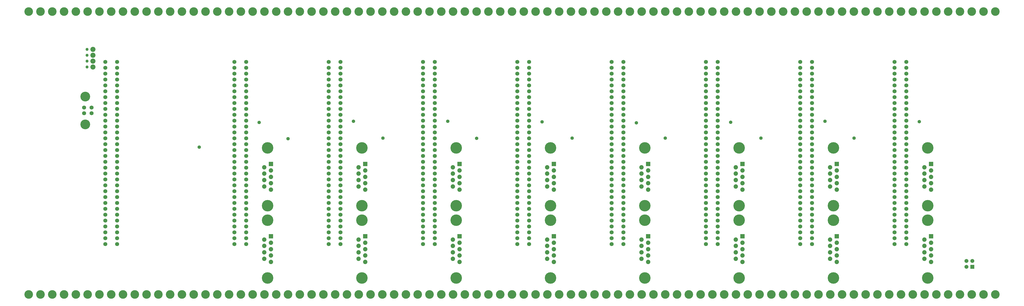
<source format=gbr>
G04 Layer_Color=8388736*
%FSLAX45Y45*%
%MOMM*%
%TF.FileFunction,Soldermask,Top*%
%TF.Part,Single*%
G01*
G75*
%TA.AperFunction,ComponentPad*%
%ADD32C,1.72720*%
%ADD33C,4.20320*%
%TA.AperFunction,ViaPad*%
%ADD34C,3.70320*%
%TA.AperFunction,ComponentPad*%
%ADD35C,4.96320*%
%ADD36R,1.89320X1.89320*%
%ADD37C,1.89320*%
%ADD38C,1.30320*%
%ADD39C,2.20320*%
%ADD40R,1.70320X1.70320*%
%ADD41C,1.70320*%
%TA.AperFunction,ViaPad*%
%ADD42C,1.47320*%
D32*
X7289800Y13489400D02*
D03*
Y13739400D02*
D03*
X7610800D02*
D03*
Y13489400D02*
D03*
X42722800Y15709900D02*
D03*
Y15455901D02*
D03*
Y15201900D02*
D03*
Y14947900D02*
D03*
Y14693900D02*
D03*
Y14439900D02*
D03*
Y14185899D02*
D03*
Y13931900D02*
D03*
Y13677901D02*
D03*
Y13423900D02*
D03*
Y13169901D02*
D03*
Y12915900D02*
D03*
Y12661900D02*
D03*
Y12407900D02*
D03*
Y12153900D02*
D03*
Y11899900D02*
D03*
Y11645900D02*
D03*
Y11391900D02*
D03*
Y11137900D02*
D03*
Y10883900D02*
D03*
Y10629900D02*
D03*
Y10375900D02*
D03*
Y10121900D02*
D03*
Y9867900D02*
D03*
Y9613900D02*
D03*
Y9359900D02*
D03*
Y9105900D02*
D03*
Y8851900D02*
D03*
Y8597900D02*
D03*
Y8343900D02*
D03*
Y8089900D02*
D03*
Y7835900D02*
D03*
X42214801Y15709900D02*
D03*
Y15455901D02*
D03*
Y15201900D02*
D03*
Y14947900D02*
D03*
Y14693900D02*
D03*
Y14439900D02*
D03*
Y14185899D02*
D03*
Y13931900D02*
D03*
Y13677901D02*
D03*
Y13423900D02*
D03*
Y13169901D02*
D03*
Y12915900D02*
D03*
Y12661900D02*
D03*
Y12407900D02*
D03*
Y12153900D02*
D03*
Y11899900D02*
D03*
Y11645900D02*
D03*
Y11391900D02*
D03*
Y11137900D02*
D03*
Y10883900D02*
D03*
Y10629900D02*
D03*
Y10375900D02*
D03*
Y10121900D02*
D03*
Y9867900D02*
D03*
Y9613900D02*
D03*
Y9359900D02*
D03*
Y9105900D02*
D03*
Y8851900D02*
D03*
Y8597900D02*
D03*
Y8343900D02*
D03*
Y8089900D02*
D03*
Y7835900D02*
D03*
X38658801Y15709900D02*
D03*
Y15455901D02*
D03*
Y15201900D02*
D03*
Y14947900D02*
D03*
Y14693900D02*
D03*
Y14439900D02*
D03*
Y14185899D02*
D03*
Y13931900D02*
D03*
Y13677901D02*
D03*
Y13423900D02*
D03*
Y13169901D02*
D03*
Y12915900D02*
D03*
Y12661900D02*
D03*
Y12407900D02*
D03*
Y12153900D02*
D03*
Y11899900D02*
D03*
Y11645900D02*
D03*
Y11391900D02*
D03*
Y11137900D02*
D03*
Y10883900D02*
D03*
Y10629900D02*
D03*
Y10375900D02*
D03*
Y10121900D02*
D03*
Y9867900D02*
D03*
Y9613900D02*
D03*
Y9359900D02*
D03*
Y9105900D02*
D03*
Y8851900D02*
D03*
Y8597900D02*
D03*
Y8343900D02*
D03*
Y8089900D02*
D03*
Y7835900D02*
D03*
X38150800Y15709900D02*
D03*
Y15455901D02*
D03*
Y15201900D02*
D03*
Y14947900D02*
D03*
Y14693900D02*
D03*
Y14439900D02*
D03*
Y14185899D02*
D03*
Y13931900D02*
D03*
Y13677901D02*
D03*
Y13423900D02*
D03*
Y13169901D02*
D03*
Y12915900D02*
D03*
Y12661900D02*
D03*
Y12407900D02*
D03*
Y12153900D02*
D03*
Y11899900D02*
D03*
Y11645900D02*
D03*
Y11391900D02*
D03*
Y11137900D02*
D03*
Y10883900D02*
D03*
Y10629900D02*
D03*
Y10375900D02*
D03*
Y10121900D02*
D03*
Y9867900D02*
D03*
Y9613900D02*
D03*
Y9359900D02*
D03*
Y9105900D02*
D03*
Y8851900D02*
D03*
Y8597900D02*
D03*
Y8343900D02*
D03*
Y8089900D02*
D03*
Y7835900D02*
D03*
X34594800Y15709900D02*
D03*
Y15455901D02*
D03*
Y15201900D02*
D03*
Y14947900D02*
D03*
Y14693900D02*
D03*
Y14439900D02*
D03*
Y14185899D02*
D03*
Y13931900D02*
D03*
Y13677901D02*
D03*
Y13423900D02*
D03*
Y13169901D02*
D03*
Y12915900D02*
D03*
Y12661900D02*
D03*
Y12407900D02*
D03*
Y12153900D02*
D03*
Y11899900D02*
D03*
Y11645900D02*
D03*
Y11391900D02*
D03*
Y11137900D02*
D03*
Y10883900D02*
D03*
Y10629900D02*
D03*
Y10375900D02*
D03*
Y10121900D02*
D03*
Y9867900D02*
D03*
Y9613900D02*
D03*
Y9359900D02*
D03*
Y9105900D02*
D03*
Y8851900D02*
D03*
Y8597900D02*
D03*
Y8343900D02*
D03*
Y8089900D02*
D03*
Y7835900D02*
D03*
X34086801Y15709900D02*
D03*
Y15455901D02*
D03*
Y15201900D02*
D03*
Y14947900D02*
D03*
Y14693900D02*
D03*
Y14439900D02*
D03*
Y14185899D02*
D03*
Y13931900D02*
D03*
Y13677901D02*
D03*
Y13423900D02*
D03*
Y13169901D02*
D03*
Y12915900D02*
D03*
Y12661900D02*
D03*
Y12407900D02*
D03*
Y12153900D02*
D03*
Y11899900D02*
D03*
Y11645900D02*
D03*
Y11391900D02*
D03*
Y11137900D02*
D03*
Y10883900D02*
D03*
Y10629900D02*
D03*
Y10375900D02*
D03*
Y10121900D02*
D03*
Y9867900D02*
D03*
Y9613900D02*
D03*
Y9359900D02*
D03*
Y9105900D02*
D03*
Y8851900D02*
D03*
Y8597900D02*
D03*
Y8343900D02*
D03*
Y8089900D02*
D03*
Y7835900D02*
D03*
X30530801Y15709900D02*
D03*
Y15455901D02*
D03*
Y15201900D02*
D03*
Y14947900D02*
D03*
Y14693900D02*
D03*
Y14439900D02*
D03*
Y14185899D02*
D03*
Y13931900D02*
D03*
Y13677901D02*
D03*
Y13423900D02*
D03*
Y13169901D02*
D03*
Y12915900D02*
D03*
Y12661900D02*
D03*
Y12407900D02*
D03*
Y12153900D02*
D03*
Y11899900D02*
D03*
Y11645900D02*
D03*
Y11391900D02*
D03*
Y11137900D02*
D03*
Y10883900D02*
D03*
Y10629900D02*
D03*
Y10375900D02*
D03*
Y10121900D02*
D03*
Y9867900D02*
D03*
Y9613900D02*
D03*
Y9359900D02*
D03*
Y9105900D02*
D03*
Y8851900D02*
D03*
Y8597900D02*
D03*
Y8343900D02*
D03*
Y8089900D02*
D03*
Y7835900D02*
D03*
X30022800Y15709900D02*
D03*
Y15455901D02*
D03*
Y15201900D02*
D03*
Y14947900D02*
D03*
Y14693900D02*
D03*
Y14439900D02*
D03*
Y14185899D02*
D03*
Y13931900D02*
D03*
Y13677901D02*
D03*
Y13423900D02*
D03*
Y13169901D02*
D03*
Y12915900D02*
D03*
Y12661900D02*
D03*
Y12407900D02*
D03*
Y12153900D02*
D03*
Y11899900D02*
D03*
Y11645900D02*
D03*
Y11391900D02*
D03*
Y11137900D02*
D03*
Y10883900D02*
D03*
Y10629900D02*
D03*
Y10375900D02*
D03*
Y10121900D02*
D03*
Y9867900D02*
D03*
Y9613900D02*
D03*
Y9359900D02*
D03*
Y9105900D02*
D03*
Y8851900D02*
D03*
Y8597900D02*
D03*
Y8343900D02*
D03*
Y8089900D02*
D03*
Y7835900D02*
D03*
X26466800Y15709900D02*
D03*
Y15455901D02*
D03*
Y15201900D02*
D03*
Y14947900D02*
D03*
Y14693900D02*
D03*
Y14439900D02*
D03*
Y14185899D02*
D03*
Y13931900D02*
D03*
Y13677901D02*
D03*
Y13423900D02*
D03*
Y13169901D02*
D03*
Y12915900D02*
D03*
Y12661900D02*
D03*
Y12407900D02*
D03*
Y12153900D02*
D03*
Y11899900D02*
D03*
Y11645900D02*
D03*
Y11391900D02*
D03*
Y11137900D02*
D03*
Y10883900D02*
D03*
Y10629900D02*
D03*
Y10375900D02*
D03*
Y10121900D02*
D03*
Y9867900D02*
D03*
Y9613900D02*
D03*
Y9359900D02*
D03*
Y9105900D02*
D03*
Y8851900D02*
D03*
Y8597900D02*
D03*
Y8343900D02*
D03*
Y8089900D02*
D03*
Y7835900D02*
D03*
X25958801Y15709900D02*
D03*
Y15455901D02*
D03*
Y15201900D02*
D03*
Y14947900D02*
D03*
Y14693900D02*
D03*
Y14439900D02*
D03*
Y14185899D02*
D03*
Y13931900D02*
D03*
Y13677901D02*
D03*
Y13423900D02*
D03*
Y13169901D02*
D03*
Y12915900D02*
D03*
Y12661900D02*
D03*
Y12407900D02*
D03*
Y12153900D02*
D03*
Y11899900D02*
D03*
Y11645900D02*
D03*
Y11391900D02*
D03*
Y11137900D02*
D03*
Y10883900D02*
D03*
Y10629900D02*
D03*
Y10375900D02*
D03*
Y10121900D02*
D03*
Y9867900D02*
D03*
Y9613900D02*
D03*
Y9359900D02*
D03*
Y9105900D02*
D03*
Y8851900D02*
D03*
Y8597900D02*
D03*
Y8343900D02*
D03*
Y8089900D02*
D03*
Y7835900D02*
D03*
X22402800Y15709900D02*
D03*
Y15455901D02*
D03*
Y15201900D02*
D03*
Y14947900D02*
D03*
Y14693900D02*
D03*
Y14439900D02*
D03*
Y14185899D02*
D03*
Y13931900D02*
D03*
Y13677901D02*
D03*
Y13423900D02*
D03*
Y13169901D02*
D03*
Y12915900D02*
D03*
Y12661900D02*
D03*
Y12407900D02*
D03*
Y12153900D02*
D03*
Y11899900D02*
D03*
Y11645900D02*
D03*
Y11391900D02*
D03*
Y11137900D02*
D03*
Y10883900D02*
D03*
Y10629900D02*
D03*
Y10375900D02*
D03*
Y10121900D02*
D03*
Y9867900D02*
D03*
Y9613900D02*
D03*
Y9359900D02*
D03*
Y9105900D02*
D03*
Y8851900D02*
D03*
Y8597900D02*
D03*
Y8343900D02*
D03*
Y8089900D02*
D03*
Y7835900D02*
D03*
X21894800Y15709900D02*
D03*
Y15455901D02*
D03*
Y15201900D02*
D03*
Y14947900D02*
D03*
Y14693900D02*
D03*
Y14439900D02*
D03*
Y14185899D02*
D03*
Y13931900D02*
D03*
Y13677901D02*
D03*
Y13423900D02*
D03*
Y13169901D02*
D03*
Y12915900D02*
D03*
Y12661900D02*
D03*
Y12407900D02*
D03*
Y12153900D02*
D03*
Y11899900D02*
D03*
Y11645900D02*
D03*
Y11391900D02*
D03*
Y11137900D02*
D03*
Y10883900D02*
D03*
Y10629900D02*
D03*
Y10375900D02*
D03*
Y10121900D02*
D03*
Y9867900D02*
D03*
Y9613900D02*
D03*
Y9359900D02*
D03*
Y9105900D02*
D03*
Y8851900D02*
D03*
Y8597900D02*
D03*
Y8343900D02*
D03*
Y8089900D02*
D03*
Y7835900D02*
D03*
X18338800Y15709900D02*
D03*
Y15455901D02*
D03*
Y15201900D02*
D03*
Y14947900D02*
D03*
Y14693900D02*
D03*
Y14439900D02*
D03*
Y14185899D02*
D03*
Y13931900D02*
D03*
Y13677901D02*
D03*
Y13423900D02*
D03*
Y13169901D02*
D03*
Y12915900D02*
D03*
Y12661900D02*
D03*
Y12407900D02*
D03*
Y12153900D02*
D03*
Y11899900D02*
D03*
Y11645900D02*
D03*
Y11391900D02*
D03*
Y11137900D02*
D03*
Y10883900D02*
D03*
Y10629900D02*
D03*
Y10375900D02*
D03*
Y10121900D02*
D03*
Y9867900D02*
D03*
Y9613900D02*
D03*
Y9359900D02*
D03*
Y9105900D02*
D03*
Y8851900D02*
D03*
Y8597900D02*
D03*
Y8343900D02*
D03*
Y8089900D02*
D03*
Y7835900D02*
D03*
X17830800Y15709900D02*
D03*
Y15455901D02*
D03*
Y15201900D02*
D03*
Y14947900D02*
D03*
Y14693900D02*
D03*
Y14439900D02*
D03*
Y14185899D02*
D03*
Y13931900D02*
D03*
Y13677901D02*
D03*
Y13423900D02*
D03*
Y13169901D02*
D03*
Y12915900D02*
D03*
Y12661900D02*
D03*
Y12407900D02*
D03*
Y12153900D02*
D03*
Y11899900D02*
D03*
Y11645900D02*
D03*
Y11391900D02*
D03*
Y11137900D02*
D03*
Y10883900D02*
D03*
Y10629900D02*
D03*
Y10375900D02*
D03*
Y10121900D02*
D03*
Y9867900D02*
D03*
Y9613900D02*
D03*
Y9359900D02*
D03*
Y9105900D02*
D03*
Y8851900D02*
D03*
Y8597900D02*
D03*
Y8343900D02*
D03*
Y8089900D02*
D03*
Y7835900D02*
D03*
X8712200Y15709900D02*
D03*
Y15455901D02*
D03*
Y15201900D02*
D03*
Y14947900D02*
D03*
Y14693900D02*
D03*
Y14439900D02*
D03*
Y14185899D02*
D03*
Y13931900D02*
D03*
Y13677901D02*
D03*
Y13423900D02*
D03*
Y13169901D02*
D03*
Y12915900D02*
D03*
Y12661900D02*
D03*
Y12407900D02*
D03*
Y12153900D02*
D03*
Y11899900D02*
D03*
Y11645900D02*
D03*
Y11391900D02*
D03*
Y11137900D02*
D03*
Y10883900D02*
D03*
Y10629900D02*
D03*
Y10375900D02*
D03*
Y10121900D02*
D03*
Y9867900D02*
D03*
Y9613900D02*
D03*
Y9359900D02*
D03*
Y9105900D02*
D03*
Y8851900D02*
D03*
Y8597900D02*
D03*
Y8343900D02*
D03*
Y8089900D02*
D03*
Y7835900D02*
D03*
X8204200Y15709900D02*
D03*
Y15455901D02*
D03*
Y15201900D02*
D03*
Y14947900D02*
D03*
Y14693900D02*
D03*
Y14439900D02*
D03*
Y14185899D02*
D03*
Y13931900D02*
D03*
Y13677901D02*
D03*
Y13423900D02*
D03*
Y13169901D02*
D03*
Y12915900D02*
D03*
Y12661900D02*
D03*
Y12407900D02*
D03*
Y12153900D02*
D03*
Y11899900D02*
D03*
Y11645900D02*
D03*
Y11391900D02*
D03*
Y11137900D02*
D03*
Y10883900D02*
D03*
Y10629900D02*
D03*
Y10375900D02*
D03*
Y10121900D02*
D03*
Y9867900D02*
D03*
Y9613900D02*
D03*
Y9359900D02*
D03*
Y9105900D02*
D03*
Y8851900D02*
D03*
Y8597900D02*
D03*
Y8343900D02*
D03*
Y8089900D02*
D03*
Y7835900D02*
D03*
X14274800Y15709900D02*
D03*
Y15455901D02*
D03*
Y15201900D02*
D03*
Y14947900D02*
D03*
Y14693900D02*
D03*
Y14439900D02*
D03*
Y14185899D02*
D03*
Y13931900D02*
D03*
Y13677901D02*
D03*
Y13423900D02*
D03*
Y13169901D02*
D03*
Y12915900D02*
D03*
Y12661900D02*
D03*
Y12407900D02*
D03*
Y12153900D02*
D03*
Y11899900D02*
D03*
Y11645900D02*
D03*
Y11391900D02*
D03*
Y11137900D02*
D03*
Y10883900D02*
D03*
Y10629900D02*
D03*
Y10375900D02*
D03*
Y10121900D02*
D03*
Y9867900D02*
D03*
Y9613900D02*
D03*
Y9359900D02*
D03*
Y9105900D02*
D03*
Y8851900D02*
D03*
Y8597900D02*
D03*
Y8343900D02*
D03*
Y8089900D02*
D03*
Y7835900D02*
D03*
X13766800Y15709900D02*
D03*
Y15455901D02*
D03*
Y15201900D02*
D03*
Y14947900D02*
D03*
Y14693900D02*
D03*
Y14439900D02*
D03*
Y14185899D02*
D03*
Y13931900D02*
D03*
Y13677901D02*
D03*
Y13423900D02*
D03*
Y13169901D02*
D03*
Y12915900D02*
D03*
Y12661900D02*
D03*
Y12407900D02*
D03*
Y12153900D02*
D03*
Y11899900D02*
D03*
Y11645900D02*
D03*
Y11391900D02*
D03*
Y11137900D02*
D03*
Y10883900D02*
D03*
Y10629900D02*
D03*
Y10375900D02*
D03*
Y10121900D02*
D03*
Y9867900D02*
D03*
Y9613900D02*
D03*
Y9359900D02*
D03*
Y9105900D02*
D03*
Y8851900D02*
D03*
Y8597900D02*
D03*
Y8343900D02*
D03*
Y8089900D02*
D03*
Y7835900D02*
D03*
D33*
X7340300Y14216400D02*
D03*
Y13012399D02*
D03*
D34*
X13538200Y5661660D02*
D03*
X14046201D02*
D03*
X13030200D02*
D03*
X11506200D02*
D03*
X12522200D02*
D03*
X12014200D02*
D03*
X9982200D02*
D03*
X10998200D02*
D03*
X10490200D02*
D03*
X5918200D02*
D03*
X6426200D02*
D03*
X5410200D02*
D03*
X7442200D02*
D03*
X7950200D02*
D03*
X6934200D02*
D03*
X8458200D02*
D03*
X9474200D02*
D03*
X8966200D02*
D03*
X4902200D02*
D03*
X14046201Y17884140D02*
D03*
X13538200D02*
D03*
X12522200D02*
D03*
X13030200D02*
D03*
X10998200D02*
D03*
X10490200D02*
D03*
X11506200D02*
D03*
X12014200D02*
D03*
X7950200D02*
D03*
X7442200D02*
D03*
X6426200D02*
D03*
X6934200D02*
D03*
X8966200D02*
D03*
X8458200D02*
D03*
X9474200D02*
D03*
X9982200D02*
D03*
X4902200D02*
D03*
X5410200D02*
D03*
X5918200D02*
D03*
X14554201Y5661660D02*
D03*
Y17884140D02*
D03*
X15570200D02*
D03*
X15062199D02*
D03*
X16586200D02*
D03*
X16078200D02*
D03*
X15062199Y5661660D02*
D03*
X15570200D02*
D03*
X16078200D02*
D03*
X16586200D02*
D03*
X17094200Y17884140D02*
D03*
X17602200D02*
D03*
X18110201D02*
D03*
X18618201D02*
D03*
X19126199D02*
D03*
X19634200D02*
D03*
X20142200D02*
D03*
X20650200D02*
D03*
X21158200D02*
D03*
X21666200D02*
D03*
X22174200D02*
D03*
X22682201D02*
D03*
X23190199D02*
D03*
X23698199D02*
D03*
X24206200D02*
D03*
X24714200D02*
D03*
X25222200D02*
D03*
X25730200D02*
D03*
X26238199D02*
D03*
X26746201D02*
D03*
X27254199D02*
D03*
X27762201D02*
D03*
X28270200D02*
D03*
X28778201D02*
D03*
X29286200D02*
D03*
X29794199D02*
D03*
X30302200D02*
D03*
X30810199D02*
D03*
X31318201D02*
D03*
X31826199D02*
D03*
X32334201D02*
D03*
X32842200D02*
D03*
X33350201D02*
D03*
X33858200D02*
D03*
X34366199D02*
D03*
X34874200D02*
D03*
X35382199D02*
D03*
X35890201D02*
D03*
X36398199D02*
D03*
X36906201D02*
D03*
X37414200D02*
D03*
X37922198D02*
D03*
X38430200D02*
D03*
X38938199D02*
D03*
X39446201D02*
D03*
X39954199D02*
D03*
X40462201D02*
D03*
X40970200D02*
D03*
X41478201D02*
D03*
X41986200D02*
D03*
X42494199D02*
D03*
X43002200D02*
D03*
X43510199D02*
D03*
X44018201D02*
D03*
X44526199D02*
D03*
X45034201D02*
D03*
X45542200D02*
D03*
X17094200Y5661660D02*
D03*
X17602200D02*
D03*
X18110201D02*
D03*
X18618201D02*
D03*
X19126199D02*
D03*
X19634200D02*
D03*
X20142200D02*
D03*
X20650200D02*
D03*
X21158200D02*
D03*
X21666200D02*
D03*
X22174200D02*
D03*
X22682201D02*
D03*
X23190199D02*
D03*
X23698199D02*
D03*
X24206200D02*
D03*
X24714200D02*
D03*
X25222200D02*
D03*
X25730200D02*
D03*
X26238199D02*
D03*
X26746201D02*
D03*
X27254199D02*
D03*
X27762201D02*
D03*
X28270200D02*
D03*
X28778201D02*
D03*
X29286200D02*
D03*
X29794199D02*
D03*
X30302200D02*
D03*
X30810199D02*
D03*
X31318201D02*
D03*
X31826199D02*
D03*
X32334201D02*
D03*
X32842200D02*
D03*
X33350201D02*
D03*
X33858200D02*
D03*
X34366199D02*
D03*
X34874200D02*
D03*
X35382199D02*
D03*
X35890201D02*
D03*
X36398199D02*
D03*
X36906201D02*
D03*
X37414200D02*
D03*
X37922198D02*
D03*
X38430200D02*
D03*
X38938199D02*
D03*
X39446201D02*
D03*
X39954199D02*
D03*
X40462201D02*
D03*
X40970200D02*
D03*
X41478201D02*
D03*
X41986200D02*
D03*
X42494199D02*
D03*
X43002200D02*
D03*
X43510199D02*
D03*
X44018201D02*
D03*
X44526199D02*
D03*
X45034201D02*
D03*
X45542200D02*
D03*
X46050201Y17884140D02*
D03*
X46558200D02*
D03*
Y5664200D02*
D03*
X46050201D02*
D03*
D35*
X15199400Y6370500D02*
D03*
Y8869500D02*
D03*
Y9494700D02*
D03*
Y11993700D02*
D03*
X19263400Y6370500D02*
D03*
Y8869500D02*
D03*
X23327400Y6370500D02*
D03*
Y8869500D02*
D03*
X27391400Y6370500D02*
D03*
Y8869500D02*
D03*
X31455399Y6370500D02*
D03*
Y8869500D02*
D03*
X35519400Y6370500D02*
D03*
Y8869500D02*
D03*
X39583401Y6370500D02*
D03*
Y8869500D02*
D03*
X43647400Y6370500D02*
D03*
Y8869500D02*
D03*
Y9494700D02*
D03*
Y11993700D02*
D03*
X39583401Y9494700D02*
D03*
Y11993700D02*
D03*
X35519400Y9494700D02*
D03*
Y11993700D02*
D03*
X31455399Y9494700D02*
D03*
Y11993700D02*
D03*
X27391400Y9494700D02*
D03*
Y11993700D02*
D03*
X23327400Y9494700D02*
D03*
Y11993700D02*
D03*
X19263400Y9494700D02*
D03*
Y11993700D02*
D03*
D36*
X15341400Y8174000D02*
D03*
Y11298200D02*
D03*
X19405400Y8174000D02*
D03*
X23469400D02*
D03*
X27533401D02*
D03*
X31597400D02*
D03*
X35661401D02*
D03*
X39725400D02*
D03*
X43789401D02*
D03*
Y11298200D02*
D03*
X39725400D02*
D03*
X35661401D02*
D03*
X31597400D02*
D03*
X27533401D02*
D03*
X23469400D02*
D03*
X19405400D02*
D03*
D37*
X15057401Y8035500D02*
D03*
X15341400Y7897000D02*
D03*
X15057401Y7758500D02*
D03*
X15341400Y7620000D02*
D03*
X15057401Y7481500D02*
D03*
X15341400Y7343000D02*
D03*
X15057401Y7204500D02*
D03*
X15341400Y7066000D02*
D03*
X15057401Y11159700D02*
D03*
X15341400Y11021200D02*
D03*
X15057401Y10882700D02*
D03*
X15341400Y10744200D02*
D03*
X15057401Y10605700D02*
D03*
X15341400Y10467200D02*
D03*
X15057401Y10328700D02*
D03*
X15341400Y10190200D02*
D03*
X19121400Y8035500D02*
D03*
X19405400Y7897000D02*
D03*
X19121400Y7758500D02*
D03*
X19405400Y7620000D02*
D03*
X19121400Y7481500D02*
D03*
X19405400Y7343000D02*
D03*
X19121400Y7204500D02*
D03*
X19405400Y7066000D02*
D03*
X23185400Y8035500D02*
D03*
X23469400Y7897000D02*
D03*
X23185400Y7758500D02*
D03*
X23469400Y7620000D02*
D03*
X23185400Y7481500D02*
D03*
X23469400Y7343000D02*
D03*
X23185400Y7204500D02*
D03*
X23469400Y7066000D02*
D03*
X27249399Y8035500D02*
D03*
X27533401Y7897000D02*
D03*
X27249399Y7758500D02*
D03*
X27533401Y7620000D02*
D03*
X27249399Y7481500D02*
D03*
X27533401Y7343000D02*
D03*
X27249399Y7204500D02*
D03*
X27533401Y7066000D02*
D03*
X31313400Y8035500D02*
D03*
X31597400Y7897000D02*
D03*
X31313400Y7758500D02*
D03*
X31597400Y7620000D02*
D03*
X31313400Y7481500D02*
D03*
X31597400Y7343000D02*
D03*
X31313400Y7204500D02*
D03*
X31597400Y7066000D02*
D03*
X35377399Y8035500D02*
D03*
X35661401Y7897000D02*
D03*
X35377399Y7758500D02*
D03*
X35661401Y7620000D02*
D03*
X35377399Y7481500D02*
D03*
X35661401Y7343000D02*
D03*
X35377399Y7204500D02*
D03*
X35661401Y7066000D02*
D03*
X39441400Y8035500D02*
D03*
X39725400Y7897000D02*
D03*
X39441400Y7758500D02*
D03*
X39725400Y7620000D02*
D03*
X39441400Y7481500D02*
D03*
X39725400Y7343000D02*
D03*
X39441400Y7204500D02*
D03*
X39725400Y7066000D02*
D03*
X43505399Y8035500D02*
D03*
X43789401Y7897000D02*
D03*
X43505399Y7758500D02*
D03*
X43789401Y7620000D02*
D03*
X43505399Y7481500D02*
D03*
X43789401Y7343000D02*
D03*
X43505399Y7204500D02*
D03*
X43789401Y7066000D02*
D03*
X43505399Y11159700D02*
D03*
X43789401Y11021200D02*
D03*
X43505399Y10882700D02*
D03*
X43789401Y10744200D02*
D03*
X43505399Y10605700D02*
D03*
X43789401Y10467200D02*
D03*
X43505399Y10328700D02*
D03*
X43789401Y10190200D02*
D03*
X39441400Y11159700D02*
D03*
X39725400Y11021200D02*
D03*
X39441400Y10882700D02*
D03*
X39725400Y10744200D02*
D03*
X39441400Y10605700D02*
D03*
X39725400Y10467200D02*
D03*
X39441400Y10328700D02*
D03*
X39725400Y10190200D02*
D03*
X35377399Y11159700D02*
D03*
X35661401Y11021200D02*
D03*
X35377399Y10882700D02*
D03*
X35661401Y10744200D02*
D03*
X35377399Y10605700D02*
D03*
X35661401Y10467200D02*
D03*
X35377399Y10328700D02*
D03*
X35661401Y10190200D02*
D03*
X31313400Y11159700D02*
D03*
X31597400Y11021200D02*
D03*
X31313400Y10882700D02*
D03*
X31597400Y10744200D02*
D03*
X31313400Y10605700D02*
D03*
X31597400Y10467200D02*
D03*
X31313400Y10328700D02*
D03*
X31597400Y10190200D02*
D03*
X27249399Y11159700D02*
D03*
X27533401Y11021200D02*
D03*
X27249399Y10882700D02*
D03*
X27533401Y10744200D02*
D03*
X27249399Y10605700D02*
D03*
X27533401Y10467200D02*
D03*
X27249399Y10328700D02*
D03*
X27533401Y10190200D02*
D03*
X23185400Y11159700D02*
D03*
X23469400Y11021200D02*
D03*
X23185400Y10882700D02*
D03*
X23469400Y10744200D02*
D03*
X23185400Y10605700D02*
D03*
X23469400Y10467200D02*
D03*
X23185400Y10328700D02*
D03*
X23469400Y10190200D02*
D03*
X19121400Y11159700D02*
D03*
X19405400Y11021200D02*
D03*
X19121400Y10882700D02*
D03*
X19405400Y10744200D02*
D03*
X19121400Y10605700D02*
D03*
X19405400Y10467200D02*
D03*
X19121400Y10328700D02*
D03*
X19405400Y10190200D02*
D03*
D38*
X7416800Y15494800D02*
D03*
Y16256799D02*
D03*
Y16002800D02*
D03*
Y15748801D02*
D03*
D39*
X7670800Y15494800D02*
D03*
Y16256799D02*
D03*
Y16002800D02*
D03*
Y15748801D02*
D03*
D40*
X45567599Y6858000D02*
D03*
D41*
X45313599D02*
D03*
X45567599Y7112000D02*
D03*
X45313599D02*
D03*
D42*
X43281601Y13131799D02*
D03*
X39217599Y13143800D02*
D03*
X35153601Y13106400D02*
D03*
X36460999Y12420600D02*
D03*
X40474200D02*
D03*
X32334201D02*
D03*
X31089600Y13081000D02*
D03*
X28320999Y12420600D02*
D03*
X27025601Y13118401D02*
D03*
X22961600Y13143800D02*
D03*
X24206200Y12408600D02*
D03*
X20167599Y12420600D02*
D03*
X18897600Y13143800D02*
D03*
X16078200Y12395200D02*
D03*
X14833600Y13092999D02*
D03*
X12255500Y12026900D02*
D03*
%TF.MD5,0d1828dcb0ac9c60386975e6d39bf6ab*%
M02*

</source>
